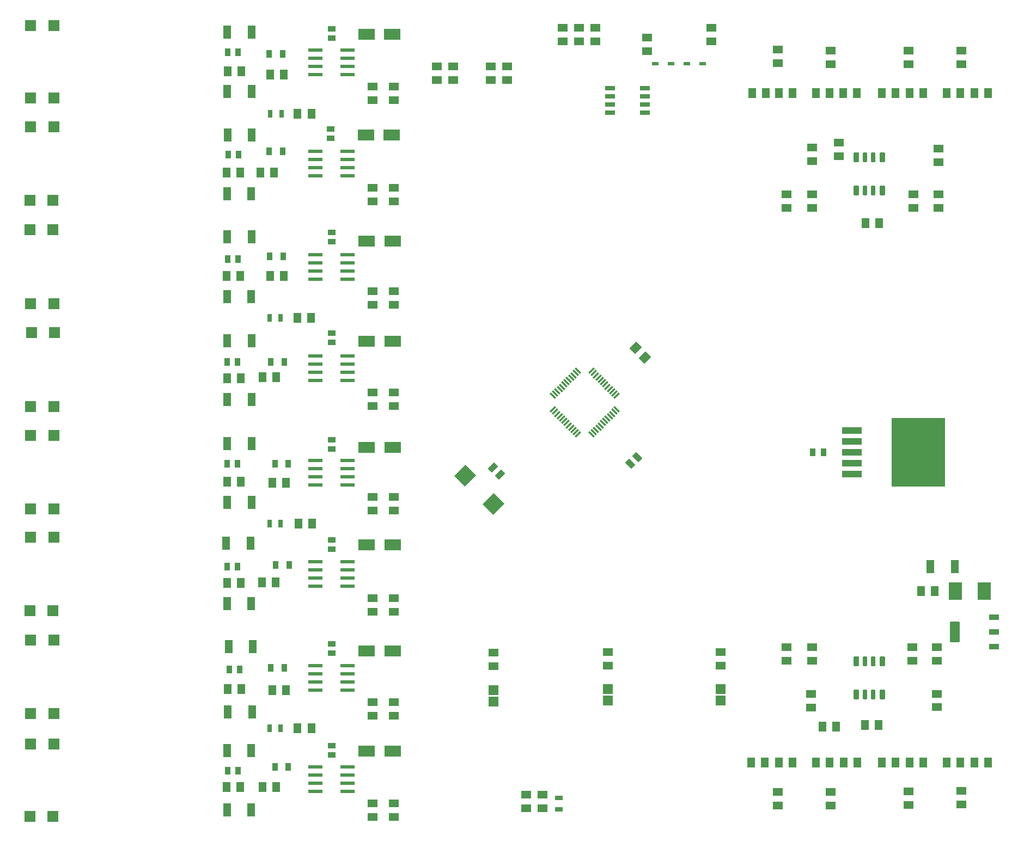
<source format=gbr>
%TF.GenerationSoftware,Altium Limited,Altium Designer,21.6.4 (81)*%
G04 Layer_Color=128*
%FSLAX43Y43*%
%MOMM*%
%TF.SameCoordinates,5D8205C6-A8A5-4108-8313-488A8EE5113E*%
%TF.FilePolarity,Positive*%
%TF.FileFunction,Paste,Bot*%
%TF.Part,Single*%
G01*
G75*
%TA.AperFunction,SMDPad,CuDef*%
%ADD45R,1.700X1.680*%
G04:AMPARAMS|DCode=46|XSize=0.8mm|YSize=1.6mm|CornerRadius=0.2mm|HoleSize=0mm|Usage=FLASHONLY|Rotation=180.000|XOffset=0mm|YOffset=0mm|HoleType=Round|Shape=RoundedRectangle|*
%AMROUNDEDRECTD46*
21,1,0.800,1.200,0,0,180.0*
21,1,0.400,1.600,0,0,180.0*
1,1,0.400,-0.200,0.600*
1,1,0.400,0.200,0.600*
1,1,0.400,0.200,-0.600*
1,1,0.400,-0.200,-0.600*
%
%ADD46ROUNDEDRECTD46*%
G04:AMPARAMS|DCode=47|XSize=0.6mm|YSize=1.6mm|CornerRadius=0.15mm|HoleSize=0mm|Usage=FLASHONLY|Rotation=180.000|XOffset=0mm|YOffset=0mm|HoleType=Round|Shape=RoundedRectangle|*
%AMROUNDEDRECTD47*
21,1,0.600,1.300,0,0,180.0*
21,1,0.300,1.600,0,0,180.0*
1,1,0.300,-0.150,0.650*
1,1,0.300,0.150,0.650*
1,1,0.300,0.150,-0.650*
1,1,0.300,-0.150,-0.650*
%
%ADD47ROUNDEDRECTD47*%
%ADD48R,1.250X2.000*%
%ADD49R,1.508X1.207*%
%ADD50R,2.500X1.700*%
%ADD51R,1.262X0.958*%
%ADD52R,2.270X0.558*%
%ADD53R,1.207X1.508*%
%ADD54R,0.900X1.200*%
%ADD55R,0.757X1.308*%
%ADD56R,0.808X1.262*%
%ADD57R,1.525X0.650*%
%ADD58R,1.000X0.500*%
G04:AMPARAMS|DCode=59|XSize=1.207mm|YSize=1.508mm|CornerRadius=0mm|HoleSize=0mm|Usage=FLASHONLY|Rotation=315.000|XOffset=0mm|YOffset=0mm|HoleType=Round|Shape=Rectangle|*
%AMROTATEDRECTD59*
4,1,4,-0.960,-0.107,0.107,0.960,0.960,0.107,-0.107,-0.960,-0.960,-0.107,0.0*
%
%ADD59ROTATEDRECTD59*%

G04:AMPARAMS|DCode=60|XSize=1.194mm|YSize=0.305mm|CornerRadius=0mm|HoleSize=0mm|Usage=FLASHONLY|Rotation=225.000|XOffset=0mm|YOffset=0mm|HoleType=Round|Shape=Rectangle|*
%AMROTATEDRECTD60*
4,1,4,0.314,0.530,0.530,0.314,-0.314,-0.530,-0.530,-0.314,0.314,0.530,0.0*
%
%ADD60ROTATEDRECTD60*%

G04:AMPARAMS|DCode=61|XSize=1.194mm|YSize=0.305mm|CornerRadius=0mm|HoleSize=0mm|Usage=FLASHONLY|Rotation=315.000|XOffset=0mm|YOffset=0mm|HoleType=Round|Shape=Rectangle|*
%AMROTATEDRECTD61*
4,1,4,-0.530,0.314,-0.314,0.530,0.530,-0.314,0.314,-0.530,-0.530,0.314,0.0*
%
%ADD61ROTATEDRECTD61*%

G04:AMPARAMS|DCode=62|XSize=2.45mm|YSize=2.35mm|CornerRadius=0mm|HoleSize=0mm|Usage=FLASHONLY|Rotation=225.000|XOffset=0mm|YOffset=0mm|HoleType=Round|Shape=Rectangle|*
%AMROTATEDRECTD62*
4,1,4,0.035,1.697,1.697,0.035,-0.035,-1.697,-1.697,-0.035,0.035,1.697,0.0*
%
%ADD62ROTATEDRECTD62*%

G04:AMPARAMS|DCode=63|XSize=0.95mm|YSize=1.35mm|CornerRadius=0mm|HoleSize=0mm|Usage=FLASHONLY|Rotation=315.000|XOffset=0mm|YOffset=0mm|HoleType=Round|Shape=Rectangle|*
%AMROTATEDRECTD63*
4,1,4,-0.813,-0.141,0.141,0.813,0.813,0.141,-0.141,-0.813,-0.813,-0.141,0.0*
%
%ADD63ROTATEDRECTD63*%

G04:AMPARAMS|DCode=64|XSize=0.95mm|YSize=1.35mm|CornerRadius=0mm|HoleSize=0mm|Usage=FLASHONLY|Rotation=45.000|XOffset=0mm|YOffset=0mm|HoleType=Round|Shape=Rectangle|*
%AMROTATEDRECTD64*
4,1,4,0.141,-0.813,-0.813,0.141,-0.141,0.813,0.813,-0.141,0.141,-0.813,0.0*
%
%ADD64ROTATEDRECTD64*%

%ADD65R,1.556X1.505*%
%ADD66R,1.308X0.757*%
G04:AMPARAMS|DCode=67|XSize=3.15mm|YSize=1.45mm|CornerRadius=0.051mm|HoleSize=0mm|Usage=FLASHONLY|Rotation=90.000|XOffset=0mm|YOffset=0mm|HoleType=Round|Shape=RoundedRectangle|*
%AMROUNDEDRECTD67*
21,1,3.150,1.349,0,0,90.0*
21,1,3.049,1.450,0,0,90.0*
1,1,0.102,0.674,1.524*
1,1,0.102,0.674,-1.524*
1,1,0.102,-0.674,-1.524*
1,1,0.102,-0.674,1.524*
%
%ADD67ROUNDEDRECTD67*%
G04:AMPARAMS|DCode=68|XSize=0.9mm|YSize=1.45mm|CornerRadius=0.05mm|HoleSize=0mm|Usage=FLASHONLY|Rotation=90.000|XOffset=0mm|YOffset=0mm|HoleType=Round|Shape=RoundedRectangle|*
%AMROUNDEDRECTD68*
21,1,0.900,1.351,0,0,90.0*
21,1,0.801,1.450,0,0,90.0*
1,1,0.099,0.676,0.401*
1,1,0.099,0.676,-0.401*
1,1,0.099,-0.676,-0.401*
1,1,0.099,-0.676,0.401*
%
%ADD68ROUNDEDRECTD68*%
%ADD69R,2.000X2.800*%
%ADD70R,0.807X1.308*%
%ADD71R,3.050X1.016*%
%ADD72R,8.380X10.660*%
%ADD73R,1.508X1.157*%
%ADD74R,1.157X1.508*%
D45*
X73914Y47625D02*
D03*
X70334D02*
D03*
X74041Y58928D02*
D03*
X70461D02*
D03*
X74041Y63627D02*
D03*
X70461D02*
D03*
X73914Y79629D02*
D03*
X70334D02*
D03*
X74041Y91059D02*
D03*
X70461D02*
D03*
X74041Y95504D02*
D03*
X70461D02*
D03*
X74041Y106934D02*
D03*
X70461D02*
D03*
X74053Y111379D02*
D03*
X70473D02*
D03*
X74180Y122936D02*
D03*
X70600D02*
D03*
X74053Y127381D02*
D03*
X70473D02*
D03*
X73926Y138938D02*
D03*
X70346D02*
D03*
X73914Y143510D02*
D03*
X70334D02*
D03*
X74053Y154940D02*
D03*
X70473D02*
D03*
X74053Y159385D02*
D03*
X70473D02*
D03*
X74053Y170688D02*
D03*
X70473D02*
D03*
X74053Y75057D02*
D03*
X70473D02*
D03*
D46*
X202812Y66615D02*
D03*
X198762D02*
D03*
X202812Y71815D02*
D03*
X198762D02*
D03*
X202812Y144974D02*
D03*
X198762D02*
D03*
X202812Y150174D02*
D03*
X198762D02*
D03*
D47*
X201422Y66615D02*
D03*
X200152D02*
D03*
X201422Y71815D02*
D03*
X200152D02*
D03*
X201422Y144974D02*
D03*
X200152D02*
D03*
X201422Y150174D02*
D03*
X200152D02*
D03*
D48*
X100995Y80772D02*
D03*
X104745D02*
D03*
X100868Y90170D02*
D03*
X104618D02*
D03*
X101092Y153670D02*
D03*
X104842D02*
D03*
X101025Y169672D02*
D03*
X104775D02*
D03*
X100995Y144526D02*
D03*
X104745D02*
D03*
X101025Y137795D02*
D03*
X104775D02*
D03*
X100995Y128524D02*
D03*
X104745D02*
D03*
X101025Y112522D02*
D03*
X104775D02*
D03*
X101025Y121666D02*
D03*
X104775D02*
D03*
X101025Y96520D02*
D03*
X104775D02*
D03*
X101025Y105664D02*
D03*
X104775D02*
D03*
X101122Y63881D02*
D03*
X104872D02*
D03*
X100995Y57912D02*
D03*
X104745D02*
D03*
X214092Y86487D02*
D03*
X210342D02*
D03*
X104999Y74041D02*
D03*
X101249D02*
D03*
X104745Y48641D02*
D03*
X100995D02*
D03*
X104775Y160401D02*
D03*
X101025D02*
D03*
D49*
X123571Y161198D02*
D03*
Y159096D02*
D03*
X126873Y161198D02*
D03*
Y159096D02*
D03*
X123571Y81569D02*
D03*
Y79467D02*
D03*
X126873Y81569D02*
D03*
Y79467D02*
D03*
X123571Y65440D02*
D03*
Y63338D02*
D03*
X126873Y65440D02*
D03*
Y63338D02*
D03*
X123571Y49692D02*
D03*
Y47590D02*
D03*
X126873Y49692D02*
D03*
Y47590D02*
D03*
X155702Y170342D02*
D03*
Y168240D02*
D03*
X158242Y168205D02*
D03*
Y170307D02*
D03*
X166243Y168818D02*
D03*
Y166716D02*
D03*
X176276Y168240D02*
D03*
Y170342D02*
D03*
X160147Y73187D02*
D03*
Y71085D02*
D03*
X191770Y66710D02*
D03*
Y64608D02*
D03*
X187960Y73949D02*
D03*
Y71847D02*
D03*
X191897Y73949D02*
D03*
Y71847D02*
D03*
X207518Y73949D02*
D03*
Y71847D02*
D03*
X187960Y142297D02*
D03*
Y144399D02*
D03*
X196088Y150333D02*
D03*
Y152435D02*
D03*
X207645Y142297D02*
D03*
Y144399D02*
D03*
X211582Y142332D02*
D03*
Y144434D02*
D03*
X133604Y162179D02*
D03*
Y164281D02*
D03*
X136144Y162179D02*
D03*
Y164281D02*
D03*
X141986Y162179D02*
D03*
Y164281D02*
D03*
X144526Y162179D02*
D03*
Y164281D02*
D03*
X153162Y168240D02*
D03*
Y170342D02*
D03*
X142367Y71050D02*
D03*
Y73152D02*
D03*
X177673Y71085D02*
D03*
Y73187D02*
D03*
X191897Y144377D02*
D03*
Y142275D02*
D03*
Y151673D02*
D03*
Y149571D02*
D03*
X211311Y64626D02*
D03*
Y66727D02*
D03*
X211328Y71847D02*
D03*
Y73949D02*
D03*
X215138Y164684D02*
D03*
Y166786D02*
D03*
X206883Y164684D02*
D03*
Y166786D02*
D03*
X186563Y164846D02*
D03*
Y166948D02*
D03*
X194818Y164684D02*
D03*
Y166786D02*
D03*
X215138Y49495D02*
D03*
Y51597D02*
D03*
X206883Y49460D02*
D03*
Y51562D02*
D03*
X186563Y49368D02*
D03*
Y51470D02*
D03*
X194818Y49368D02*
D03*
Y51470D02*
D03*
X126873Y143348D02*
D03*
Y145450D02*
D03*
X123571Y143348D02*
D03*
Y145450D02*
D03*
X126873Y127219D02*
D03*
Y129321D02*
D03*
X123571Y127219D02*
D03*
Y129321D02*
D03*
X126873Y111471D02*
D03*
Y113573D02*
D03*
X123571Y111471D02*
D03*
Y113573D02*
D03*
X126873Y95215D02*
D03*
Y97317D02*
D03*
X123571Y95215D02*
D03*
Y97317D02*
D03*
D50*
X126714Y57785D02*
D03*
X122714D02*
D03*
X126714Y73406D02*
D03*
X122714D02*
D03*
X126714Y89916D02*
D03*
X122714D02*
D03*
X126714Y105029D02*
D03*
X122714D02*
D03*
X126714Y121539D02*
D03*
X122714D02*
D03*
X126714Y137160D02*
D03*
X122714D02*
D03*
X126587Y153670D02*
D03*
X122587D02*
D03*
X126682Y169291D02*
D03*
X122682D02*
D03*
D51*
X117221Y168691D02*
D03*
Y170145D02*
D03*
X117094Y153162D02*
D03*
Y154616D02*
D03*
X117221Y137033D02*
D03*
Y138487D02*
D03*
Y121412D02*
D03*
Y122866D02*
D03*
Y104810D02*
D03*
Y106264D02*
D03*
Y89189D02*
D03*
Y90643D02*
D03*
Y57185D02*
D03*
Y58639D02*
D03*
Y74479D02*
D03*
Y73025D02*
D03*
D52*
X114707Y71120D02*
D03*
Y69850D02*
D03*
Y68580D02*
D03*
Y67310D02*
D03*
X119735D02*
D03*
Y68580D02*
D03*
Y69850D02*
D03*
Y71120D02*
D03*
X114707Y55372D02*
D03*
Y54102D02*
D03*
Y52832D02*
D03*
Y51562D02*
D03*
X119735D02*
D03*
Y52832D02*
D03*
Y54102D02*
D03*
Y55372D02*
D03*
X114707Y166878D02*
D03*
Y165608D02*
D03*
Y164338D02*
D03*
Y163068D02*
D03*
X119735D02*
D03*
Y164338D02*
D03*
Y165608D02*
D03*
Y166878D02*
D03*
X114707Y151130D02*
D03*
Y149860D02*
D03*
Y148590D02*
D03*
Y147320D02*
D03*
X119735D02*
D03*
Y148590D02*
D03*
Y149860D02*
D03*
Y151130D02*
D03*
X114707Y135001D02*
D03*
Y133731D02*
D03*
Y132461D02*
D03*
Y131191D02*
D03*
X119735D02*
D03*
Y132461D02*
D03*
Y133731D02*
D03*
Y135001D02*
D03*
X114707Y119253D02*
D03*
Y117983D02*
D03*
Y116713D02*
D03*
Y115443D02*
D03*
X119735D02*
D03*
Y116713D02*
D03*
Y117983D02*
D03*
Y119253D02*
D03*
X114707Y102997D02*
D03*
Y101727D02*
D03*
Y100457D02*
D03*
Y99187D02*
D03*
X119735D02*
D03*
Y100457D02*
D03*
Y101727D02*
D03*
Y102997D02*
D03*
X114707Y87249D02*
D03*
Y85979D02*
D03*
Y84709D02*
D03*
Y83439D02*
D03*
X119735D02*
D03*
Y84709D02*
D03*
Y85979D02*
D03*
Y87249D02*
D03*
D53*
X108620Y52197D02*
D03*
X106518D02*
D03*
X110144Y67310D02*
D03*
X108042D02*
D03*
X110144Y99568D02*
D03*
X108042D02*
D03*
X108620Y115951D02*
D03*
X106518D02*
D03*
X109763Y131699D02*
D03*
X107661D02*
D03*
X109763Y163068D02*
D03*
X107661D02*
D03*
X103159Y163576D02*
D03*
X101057D02*
D03*
X108493Y84074D02*
D03*
X106391D02*
D03*
X184566Y56007D02*
D03*
X182464D02*
D03*
X188884D02*
D03*
X186782D02*
D03*
X198917D02*
D03*
X196815D02*
D03*
X204886D02*
D03*
X202784D02*
D03*
X209204D02*
D03*
X207102D02*
D03*
X219237D02*
D03*
X217135D02*
D03*
X200117Y61849D02*
D03*
X202219D02*
D03*
X193513Y61595D02*
D03*
X195615D02*
D03*
X200244Y139954D02*
D03*
X202346D02*
D03*
X217135Y160147D02*
D03*
X219237D02*
D03*
X212817D02*
D03*
X214919D02*
D03*
X209169D02*
D03*
X207067D02*
D03*
X202784D02*
D03*
X204886D02*
D03*
X196780D02*
D03*
X198882D02*
D03*
X192497D02*
D03*
X194599D02*
D03*
X188849D02*
D03*
X186747D02*
D03*
X182591D02*
D03*
X184693D02*
D03*
X194599Y56007D02*
D03*
X192497D02*
D03*
X214919D02*
D03*
X212817D02*
D03*
X208880Y82677D02*
D03*
X210982D02*
D03*
X106137Y147828D02*
D03*
X108239D02*
D03*
X101057Y67437D02*
D03*
X103159D02*
D03*
X100895Y147828D02*
D03*
X102997D02*
D03*
X100930Y52197D02*
D03*
X103032D02*
D03*
X101022Y83947D02*
D03*
X103124D02*
D03*
X101022Y99695D02*
D03*
X103124D02*
D03*
X100930Y131699D02*
D03*
X103032D02*
D03*
X101022Y115824D02*
D03*
X103124D02*
D03*
D54*
X108424Y55372D02*
D03*
X110524D02*
D03*
X107789Y70739D02*
D03*
X109889D02*
D03*
X108551Y86741D02*
D03*
X110651D02*
D03*
X108424Y102489D02*
D03*
X110524D02*
D03*
X107789Y118364D02*
D03*
X109889D02*
D03*
X107628Y134747D02*
D03*
X109728D02*
D03*
X107535Y151130D02*
D03*
X109635D02*
D03*
Y166243D02*
D03*
X107535D02*
D03*
D55*
X107582Y61341D02*
D03*
X109334D02*
D03*
X107582Y93218D02*
D03*
X109334D02*
D03*
X107582Y125222D02*
D03*
X109334D02*
D03*
X107709Y156972D02*
D03*
X109461D02*
D03*
D56*
X101052Y166497D02*
D03*
X102656D02*
D03*
X101139Y150622D02*
D03*
X102743D02*
D03*
X101052Y134366D02*
D03*
X102656D02*
D03*
X101012Y118364D02*
D03*
X102616D02*
D03*
X101012Y102489D02*
D03*
X102616D02*
D03*
X101052Y54737D02*
D03*
X102656D02*
D03*
X102910Y70485D02*
D03*
X101306D02*
D03*
X102616Y86487D02*
D03*
X101012D02*
D03*
D57*
X160483Y157099D02*
D03*
Y158369D02*
D03*
Y159639D02*
D03*
Y160909D02*
D03*
X165907D02*
D03*
Y159639D02*
D03*
Y158369D02*
D03*
Y157099D02*
D03*
D58*
X169983Y164719D02*
D03*
X167583D02*
D03*
X172479D02*
D03*
X174879D02*
D03*
D59*
X165970Y119018D02*
D03*
X164484Y120504D02*
D03*
D60*
X161541Y113075D02*
D03*
X161187Y113428D02*
D03*
X160834Y113782D02*
D03*
X160480Y114135D02*
D03*
X160127Y114489D02*
D03*
X159773Y114842D02*
D03*
X159419Y115196D02*
D03*
X159066Y115550D02*
D03*
X158712Y115903D02*
D03*
X158359Y116257D02*
D03*
X158005Y116610D02*
D03*
X157652Y116964D02*
D03*
X151641Y110953D02*
D03*
X151995Y110600D02*
D03*
X152348Y110246D02*
D03*
X152702Y109893D02*
D03*
X153055Y109539D02*
D03*
X153409Y109186D02*
D03*
X153763Y108832D02*
D03*
X154116Y108478D02*
D03*
X154470Y108125D02*
D03*
X154823Y107771D02*
D03*
X155177Y107418D02*
D03*
X155530Y107064D02*
D03*
D61*
Y116964D02*
D03*
X155177Y116610D02*
D03*
X154823Y116257D02*
D03*
X154470Y115903D02*
D03*
X154116Y115550D02*
D03*
X153763Y115196D02*
D03*
X153409Y114842D02*
D03*
X153055Y114489D02*
D03*
X152702Y114135D02*
D03*
X152348Y113782D02*
D03*
X151995Y113428D02*
D03*
X151641Y113075D02*
D03*
X157652Y107064D02*
D03*
X158005Y107418D02*
D03*
X158359Y107771D02*
D03*
X158712Y108125D02*
D03*
X159066Y108478D02*
D03*
X159419Y108832D02*
D03*
X159773Y109186D02*
D03*
X160127Y109539D02*
D03*
X160480Y109893D02*
D03*
X160834Y110246D02*
D03*
X161187Y110600D02*
D03*
X161541Y110953D02*
D03*
D62*
X142400Y96233D02*
D03*
X138016Y100617D02*
D03*
D63*
X142345Y101876D02*
D03*
X143405Y100816D02*
D03*
D64*
X164741Y103527D02*
D03*
X163681Y102467D02*
D03*
D65*
X177673Y67449D02*
D03*
Y65647D02*
D03*
X142367Y67322D02*
D03*
Y65520D02*
D03*
X160147Y67449D02*
D03*
Y65647D02*
D03*
D66*
X152527Y48768D02*
D03*
Y50520D02*
D03*
D67*
X214095Y76327D02*
D03*
D68*
X220245Y74027D02*
D03*
Y76327D02*
D03*
Y78627D02*
D03*
D69*
X214158Y82677D02*
D03*
X218658D02*
D03*
D70*
X192024Y104267D02*
D03*
X193726D02*
D03*
D71*
X198102Y107671D02*
D03*
Y105969D02*
D03*
Y104267D02*
D03*
Y102565D02*
D03*
Y100863D02*
D03*
D72*
X208407Y104267D02*
D03*
D73*
X211582Y149419D02*
D03*
Y151571D02*
D03*
X149987Y51047D02*
D03*
Y48895D02*
D03*
X147447Y51047D02*
D03*
Y48895D02*
D03*
D74*
X114106Y61341D02*
D03*
X111954D02*
D03*
X114046Y125222D02*
D03*
X111894D02*
D03*
X114233Y93218D02*
D03*
X112081D02*
D03*
X114106Y156972D02*
D03*
X111954D02*
D03*
%TF.MD5,8ed5cb1962482f40afb67f2d1620197e*%
M02*

</source>
